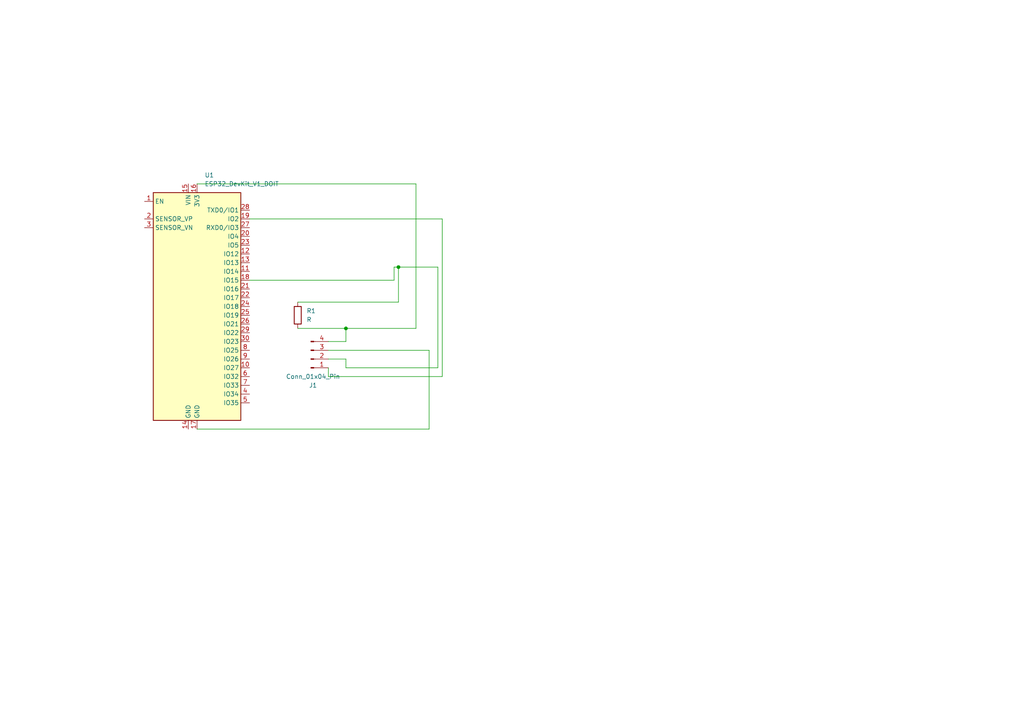
<source format=kicad_sch>
(kicad_sch (version 20231120) (generator "eeschema") (generator_version "8.0")
  (paper "A4")
  (lib_symbols
    (symbol "Connector:Conn_01x04_Pin" (pin_names (offset 1.016) hide)
      (property "Reference" "J" (at 0 5.08 0))
      (property "Value" "Conn_01x04_Pin" (at 0 -7.62 0))
      (symbol "Conn_01x04_Pin_1_1"
        (polyline (pts (xy 1.27 -5.08) (xy 0.8636 -5.08)) (stroke (width 0.1524)))
        (polyline (pts (xy 1.27 -2.54) (xy 0.8636 -2.54)) (stroke (width 0.1524)))
        (polyline (pts (xy 1.27 0) (xy 0.8636 0)) (stroke (width 0.1524)))
        (polyline (pts (xy 1.27 2.54) (xy 0.8636 2.54)) (stroke (width 0.1524)))
        (rectangle (start 0.8636 -4.953) (end 0 -5.207) (stroke (width 0.1524)) (fill (type outline)))
        (rectangle (start 0.8636 -2.413) (end 0 -2.667) (stroke (width 0.1524)) (fill (type outline)))
        (rectangle (start 0.8636 0.127) (end 0 -0.127) (stroke (width 0.1524)) (fill (type outline)))
        (rectangle (start 0.8636 2.667) (end 0 2.413) (stroke (width 0.1524)) (fill (type outline)))
        (pin passive line (at 5.08 2.54 180) (length 3.81) (name "Pin_1") (number "1"))
        (pin passive line (at 5.08 0 180) (length 3.81) (name "Pin_2") (number "2"))
        (pin passive line (at 5.08 -2.54 180) (length 3.81) (name "Pin_3") (number "3"))
        (pin passive line (at 5.08 -5.08 180) (length 3.81) (name "Pin_4") (number "4"))
      )
    )
    (symbol "Device:R" (pin_numbers hide) (pin_names (offset 0))
      (property "Reference" "R" (at 2.032 0 90))
      (property "Value" "R" (at 0 0 90))
      (symbol "R_0_1"
        (rectangle (start -1.016 -2.54) (end 1.016 2.54) (stroke (width 0.254)))
      )
      (symbol "R_1_1"
        (pin passive line (at 0 3.81 270) (length 1.27) (name "~") (number "1"))
        (pin passive line (at 0 -3.81 90) (length 1.27) (name "~") (number "2"))
      )
    )
    (symbol "ESP32_DevKit_V1_DOIT:ESP32_DevKit_V1_DOIT"
      (property "Reference" "U" (at -11.43 34.29 0))
      (property "Value" "ESP32_DevKit_V1_DOIT" (at 11.43 34.29 0))
      (symbol "ESP32_DevKit_V1_DOIT_1_1"
        (rectangle (start -12.7 33.02) (end 12.7 -33.02) (stroke (width 0.254)) (fill (type background)))
        (pin input line (at -15.24 30.48 0) (length 2.54) (name "EN") (number "1"))
        (pin bidirectional line (at 15.24 -17.78 180) (length 2.54) (name "IO27") (number "10"))
        (pin bidirectional line (at 15.24 10.16 180) (length 2.54) (name "IO14") (number "11"))
        (pin bidirectional line (at 15.24 15.24 180) (length 2.54) (name "IO12") (number "12"))
        (pin bidirectional line (at 15.24 12.7 180) (length 2.54) (name "IO13") (number "13"))
        (pin power_in line (at -2.54 -35.56 90) (length 2.54) (name "GND") (number "14"))
        (pin power_in line (at -2.54 35.56 270) (length 2.54) (name "VIN") (number "15"))
        (pin power_in line (at 0 35.56 270) (length 2.54) (name "3V3") (number "16"))
        (pin power_in line (at 0 -35.56 90) (length 2.54) (name "GND") (number "17"))
        (pin bidirectional line (at 15.24 7.62 180) (length 2.54) (name "IO15") (number "18"))
        (pin bidirectional line (at 15.24 25.4 180) (length 2.54) (name "IO2") (number "19"))
        (pin input line (at -15.24 25.4 0) (length 2.54) (name "SENSOR_VP") (number "2"))
        (pin bidirectional line (at 15.24 20.32 180) (length 2.54) (name "IO4") (number "20"))
        (pin bidirectional line (at 15.24 5.08 180) (length 2.54) (name "IO16") (number "21"))
        (pin bidirectional line (at 15.24 2.54 180) (length 2.54) (name "IO17") (number "22"))
        (pin bidirectional line (at 15.24 17.78 180) (length 2.54) (name "IO5") (number "23"))
        (pin bidirectional line (at 15.24 0 180) (length 2.54) (name "IO18") (number "24"))
        (pin bidirectional line (at 15.24 -2.54 180) (length 2.54) (name "IO19") (number "25"))
        (pin bidirectional line (at 15.24 -5.08 180) (length 2.54) (name "IO21") (number "26"))
        (pin bidirectional line (at 15.24 22.86 180) (length 2.54) (name "RXD0/IO3") (number "27"))
        (pin bidirectional line (at 15.24 27.94 180) (length 2.54) (name "TXD0/IO1") (number "28"))
        (pin bidirectional line (at 15.24 -7.62 180) (length 2.54) (name "IO22") (number "29"))
        (pin input line (at -15.24 22.86 0) (length 2.54) (name "SENSOR_VN") (number "3"))
        (pin bidirectional line (at 15.24 -10.16 180) (length 2.54) (name "IO23") (number "30"))
        (pin input line (at 15.24 -25.4 180) (length 2.54) (name "IO34") (number "4"))
        (pin input line (at 15.24 -27.94 180) (length 2.54) (name "IO35") (number "5"))
        (pin bidirectional line (at 15.24 -20.32 180) (length 2.54) (name "IO32") (number "6"))
        (pin bidirectional line (at 15.24 -22.86 180) (length 2.54) (name "IO33") (number "7"))
        (pin bidirectional line (at 15.24 -12.7 180) (length 2.54) (name "IO25") (number "8"))
        (pin bidirectional line (at 15.24 -15.24 180) (length 2.54) (name "IO26") (number "9"))
      )
    )
  )
  (junction (at 115.57 77.47))
  (junction (at 100.33 95.25))
  (wire (pts (xy 114.3 77.47) (xy 115.57 77.47)))
  (wire (pts (xy 100.33 95.25) (xy 120.65 95.25)))
  (wire (pts (xy 72.39 81.28) (xy 114.3 81.28)))
  (wire (pts (xy 72.39 63.5) (xy 128.27 63.5)))
  (wire (pts (xy 100.33 104.14) (xy 95.25 104.14)))
  (wire (pts (xy 100.33 99.06) (xy 95.25 99.06)))
  (wire (pts (xy 115.57 87.63) (xy 115.57 77.47)))
  (wire (pts (xy 95.25 101.6) (xy 124.46 101.6)))
  (wire (pts (xy 114.3 81.28) (xy 114.3 77.47)))
  (wire (pts (xy 120.65 53.34) (xy 120.65 95.25)))
  (wire (pts (xy 86.36 95.25) (xy 100.33 95.25)))
  (wire (pts (xy 100.33 106.68) (xy 100.33 104.14)))
  (wire (pts (xy 95.25 109.22) (xy 95.25 106.68)))
  (wire (pts (xy 124.46 101.6) (xy 124.46 124.46)))
  (wire (pts (xy 100.33 95.25) (xy 100.33 99.06)))
  (wire (pts (xy 95.25 109.22) (xy 128.27 109.22)))
  (wire (pts (xy 57.15 124.46) (xy 124.46 124.46)))
  (wire (pts (xy 115.57 77.47) (xy 127 77.47)))
  (wire (pts (xy 128.27 63.5) (xy 128.27 109.22)))
  (wire (pts (xy 57.15 53.34) (xy 120.65 53.34)))
  (wire (pts (xy 127 77.47) (xy 127 106.68)))
  (wire (pts (xy 127 106.68) (xy 100.33 106.68)))
  (wire (pts (xy 86.36 87.63) (xy 115.57 87.63)))
  (symbol (lib_id "Device:R") (at 86.36 91.44 0) (unit 1)
    (property "Reference" "R1" (at 88.9 90.1699 0) (effects (justify left)))
    (property "Value" "R" (at 88.9 92.7099 0) (effects (justify left)))
    (property "Footprint" "Resistor_THT:R_Axial_DIN0207_L6.3mm_D2.5mm_P5.08mm_Vertical" (effects (hide yes)))
    (property "Description" "Resistor" (effects (hide yes)))
  )
  (symbol (lib_id "ESP32_DevKit_V1_DOIT:ESP32_DevKit_V1_DOIT") (at 57.15 88.9 0) (unit 1)
    (property "Reference" "U1" (at 59.3441 50.8 0) (effects (justify left)))
    (property "Value" "ESP32_DevKit_V1_DOIT" (at 59.3441 53.34 0) (effects (justify left)))
    (property "Footprint" "ESP32_DevKit_V1_DOIT:esp32_devkit_v1_doit" (effects (hide yes)))
    (property "Datasheet" "https://aliexpress.com/item/32864722159.html" (effects (hide yes)))
    (property "Description" "32-bit microcontroller module with WiFi and Bluetooth" (effects (hide yes)))
  )
  (symbol (lib_id "Connector:Conn_01x04_Pin") (at 90.17 104.14 0) (mirror x) (unit 1)
    (property "Reference" "J1" (at 90.805 111.76 0))
    (property "Value" "Conn_01x04_Pin" (at 90.805 109.22 0))
    (property "Footprint" "Connector_JST:JST_XH_B4B-XH-AM_1x04_P2.50mm_Vertical" (effects (hide yes)))
    (property "Description" "Generic connector, single row, 01x04, script generated" (effects (hide yes)))
  )
)
</source>
